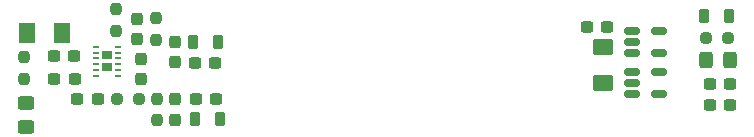
<source format=gtp>
%TF.GenerationSoftware,KiCad,Pcbnew,9.0.0*%
%TF.CreationDate,2025-04-24T22:58:58+03:00*%
%TF.ProjectId,PSU,5053552e-6b69-4636-9164-5f7063625858,rev?*%
%TF.SameCoordinates,Original*%
%TF.FileFunction,Paste,Top*%
%TF.FilePolarity,Positive*%
%FSLAX46Y46*%
G04 Gerber Fmt 4.6, Leading zero omitted, Abs format (unit mm)*
G04 Created by KiCad (PCBNEW 9.0.0) date 2025-04-24 22:58:58*
%MOMM*%
%LPD*%
G01*
G04 APERTURE LIST*
G04 Aperture macros list*
%AMRoundRect*
0 Rectangle with rounded corners*
0 $1 Rounding radius*
0 $2 $3 $4 $5 $6 $7 $8 $9 X,Y pos of 4 corners*
0 Add a 4 corners polygon primitive as box body*
4,1,4,$2,$3,$4,$5,$6,$7,$8,$9,$2,$3,0*
0 Add four circle primitives for the rounded corners*
1,1,$1+$1,$2,$3*
1,1,$1+$1,$4,$5*
1,1,$1+$1,$6,$7*
1,1,$1+$1,$8,$9*
0 Add four rect primitives between the rounded corners*
20,1,$1+$1,$2,$3,$4,$5,0*
20,1,$1+$1,$4,$5,$6,$7,0*
20,1,$1+$1,$6,$7,$8,$9,0*
20,1,$1+$1,$8,$9,$2,$3,0*%
G04 Aperture macros list end*
%ADD10RoundRect,0.237500X-0.300000X-0.237500X0.300000X-0.237500X0.300000X0.237500X-0.300000X0.237500X0*%
%ADD11RoundRect,0.237500X-0.237500X0.250000X-0.237500X-0.250000X0.237500X-0.250000X0.237500X0.250000X0*%
%ADD12RoundRect,0.237500X0.300000X0.237500X-0.300000X0.237500X-0.300000X-0.237500X0.300000X-0.237500X0*%
%ADD13RoundRect,0.250001X0.462499X0.624999X-0.462499X0.624999X-0.462499X-0.624999X0.462499X-0.624999X0*%
%ADD14RoundRect,0.237500X0.237500X-0.250000X0.237500X0.250000X-0.237500X0.250000X-0.237500X-0.250000X0*%
%ADD15RoundRect,0.237500X-0.237500X0.300000X-0.237500X-0.300000X0.237500X-0.300000X0.237500X0.300000X0*%
%ADD16RoundRect,0.250000X0.450000X-0.325000X0.450000X0.325000X-0.450000X0.325000X-0.450000X-0.325000X0*%
%ADD17RoundRect,0.062500X-0.187500X-0.062500X0.187500X-0.062500X0.187500X0.062500X-0.187500X0.062500X0*%
%ADD18R,0.950000X0.800000*%
%ADD19RoundRect,0.237500X0.237500X-0.300000X0.237500X0.300000X-0.237500X0.300000X-0.237500X-0.300000X0*%
%ADD20RoundRect,0.218750X-0.218750X-0.381250X0.218750X-0.381250X0.218750X0.381250X-0.218750X0.381250X0*%
%ADD21RoundRect,0.237500X0.250000X0.237500X-0.250000X0.237500X-0.250000X-0.237500X0.250000X-0.237500X0*%
%ADD22RoundRect,0.150000X-0.512500X-0.150000X0.512500X-0.150000X0.512500X0.150000X-0.512500X0.150000X0*%
%ADD23RoundRect,0.250000X-0.325000X-0.450000X0.325000X-0.450000X0.325000X0.450000X-0.325000X0.450000X0*%
%ADD24RoundRect,0.250001X-0.624999X0.462499X-0.624999X-0.462499X0.624999X-0.462499X0.624999X0.462499X0*%
%ADD25RoundRect,0.237500X-0.250000X-0.237500X0.250000X-0.237500X0.250000X0.237500X-0.250000X0.237500X0*%
G04 APERTURE END LIST*
D10*
%TO.C,C5*%
X103327200Y-103454200D03*
X101602200Y-103454200D03*
%TD*%
D11*
%TO.C,RLd*%
X97105300Y-101775900D03*
X97105300Y-99950900D03*
%TD*%
D12*
%TO.C,C9*%
X111635200Y-103454200D03*
X113360200Y-103454200D03*
%TD*%
D13*
%TO.C,F1*%
X97345000Y-97917000D03*
X100320000Y-97917000D03*
%TD*%
D12*
%TO.C,C3*%
X99645300Y-101803200D03*
X101370300Y-101803200D03*
%TD*%
%TO.C,C7*%
X111559000Y-100431600D03*
X113284000Y-100431600D03*
%TD*%
D14*
%TO.C,R1*%
X108255900Y-96648900D03*
X108255900Y-98473900D03*
%TD*%
D15*
%TO.C,C2*%
X106960500Y-101802100D03*
X106960500Y-100077100D03*
%TD*%
D16*
%TO.C,D1*%
X97283100Y-103800800D03*
X97283100Y-105850800D03*
%TD*%
D15*
%TO.C,C4*%
X106681100Y-98423900D03*
X106681100Y-96698900D03*
%TD*%
D12*
%TO.C,C1*%
X99621000Y-99822000D03*
X101346000Y-99822000D03*
%TD*%
D17*
%TO.C,U1*%
X105078050Y-99050600D03*
X105078050Y-99550600D03*
X105078050Y-100050600D03*
X105078050Y-100550600D03*
X105078050Y-101050600D03*
X105078050Y-101550600D03*
X103178050Y-101550600D03*
X103178050Y-101050600D03*
X103178050Y-100550600D03*
X103178050Y-100050600D03*
X103178050Y-99550600D03*
X103178050Y-99050600D03*
D18*
X104128050Y-100800600D03*
X104128050Y-99800600D03*
%TD*%
D15*
%TO.C,C6*%
X109856100Y-100379700D03*
X109856100Y-98654700D03*
%TD*%
D19*
%TO.C,C8*%
X109906900Y-103506100D03*
X109906900Y-105231100D03*
%TD*%
D20*
%TO.C,L1*%
X113560200Y-98653600D03*
X111435200Y-98653600D03*
%TD*%
D21*
%TO.C,R4*%
X104981200Y-103454200D03*
X106806200Y-103454200D03*
%TD*%
D11*
%TO.C,R2*%
X104877700Y-97686500D03*
X104877700Y-95861500D03*
%TD*%
%TO.C,R3*%
X108332100Y-105281100D03*
X108332100Y-103456100D03*
%TD*%
D20*
%TO.C,L2*%
X113661800Y-105206800D03*
X111536800Y-105206800D03*
%TD*%
D22*
%TO.C,U2*%
X150874118Y-97732204D03*
X150874118Y-99632204D03*
X148599118Y-99632204D03*
X148599118Y-98682204D03*
X148599118Y-97732204D03*
%TD*%
D12*
%TO.C,C10*%
X144759318Y-97402004D03*
X146484318Y-97402004D03*
%TD*%
D23*
%TO.C,D2*%
X156857618Y-100221404D03*
X154807618Y-100221404D03*
%TD*%
D20*
%TO.C,L3*%
X156818918Y-96487604D03*
X154693918Y-96487604D03*
%TD*%
D24*
%TO.C,F2*%
X146079018Y-102089904D03*
X146079018Y-99114904D03*
%TD*%
D25*
%TO.C,RLd*%
X156668918Y-98316404D03*
X154843918Y-98316404D03*
%TD*%
D22*
%TO.C,U3*%
X150874118Y-101176404D03*
X150874118Y-103076404D03*
X148599118Y-103076404D03*
X148599118Y-102126404D03*
X148599118Y-101176404D03*
%TD*%
D10*
%TO.C,C11*%
X156872918Y-102202604D03*
X155147918Y-102202604D03*
%TD*%
D12*
%TO.C,C12*%
X155147918Y-103980604D03*
X156872918Y-103980604D03*
%TD*%
M02*

</source>
